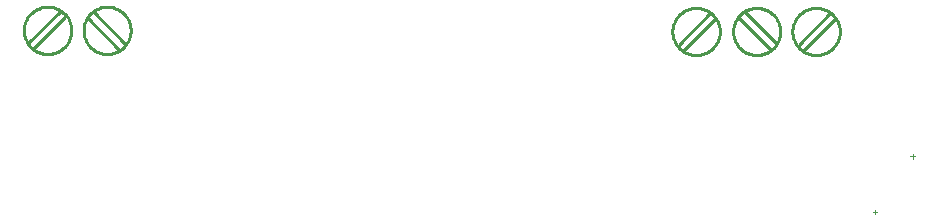
<source format=gm1>
%FSDAX23Y23*%
%MOIN*%
%SFA1B1*%

%IPPOS*%
%ADD38C,0.010000*%
%ADD56C,0.003900*%
%LNde-110817-1*%
%LPD*%
G54D38*
X04118Y03701D02*
D01*
X04118Y03706*
X04117Y03712*
X04116Y03717*
X04115Y03723*
X04113Y03728*
X04111Y03733*
X04109Y03738*
X04106Y03743*
X04103Y03747*
X04100Y03752*
X04096Y03756*
X04092Y03759*
X04088Y03763*
X04084Y03766*
X04079Y03769*
X04074Y03772*
X04069Y03774*
X04064Y03776*
X04059Y03777*
X04053Y03779*
X04048Y03779*
X04042Y03780*
X04037*
X04031Y03779*
X04026Y03779*
X04020Y03777*
X04015Y03776*
X04010Y03774*
X04005Y03772*
X04000Y03769*
X03995Y03766*
X03991Y03763*
X03987Y03759*
X03983Y03756*
X03979Y03752*
X03976Y03747*
X03973Y03743*
X03970Y03738*
X03968Y03733*
X03966Y03728*
X03964Y03723*
X03963Y03717*
X03962Y03712*
X03961Y03706*
X03961Y03701*
X03961Y03696*
X03962Y03690*
X03963Y03685*
X03964Y03679*
X03966Y03674*
X03968Y03669*
X03970Y03664*
X03973Y03659*
X03976Y03655*
X03979Y03650*
X03983Y03646*
X03987Y03643*
X03991Y03639*
X03995Y03636*
X04000Y03633*
X04005Y03630*
X04010Y03628*
X04015Y03626*
X04020Y03625*
X04026Y03623*
X04031Y03623*
X04037Y03622*
X04042*
X04048Y03623*
X04053Y03623*
X04059Y03625*
X04064Y03626*
X04069Y03628*
X04074Y03630*
X04079Y03633*
X04084Y03636*
X04088Y03639*
X04092Y03643*
X04096Y03646*
X04100Y03650*
X04103Y03655*
X04106Y03659*
X04109Y03664*
X04111Y03669*
X04113Y03674*
X04115Y03679*
X04116Y03685*
X04117Y03690*
X04118Y03696*
X04118Y03701*
X03917D02*
D01*
X03917Y03706*
X03916Y03712*
X03915Y03717*
X03914Y03723*
X03912Y03728*
X03910Y03733*
X03907Y03738*
X03905Y03743*
X03902Y03747*
X03898Y03752*
X03895Y03756*
X03891Y03759*
X03886Y03763*
X03882Y03766*
X03877Y03769*
X03872Y03772*
X03867Y03774*
X03862Y03776*
X03857Y03777*
X03852Y03779*
X03846Y03779*
X03841Y03780*
X03835*
X03830Y03779*
X03824Y03779*
X03819Y03777*
X03814Y03776*
X03809Y03774*
X03804Y03772*
X03799Y03769*
X03794Y03766*
X03790Y03763*
X03785Y03759*
X03781Y03756*
X03778Y03752*
X03774Y03747*
X03771Y03743*
X03769Y03738*
X03766Y03733*
X03764Y03728*
X03762Y03723*
X03761Y03717*
X03760Y03712*
X03759Y03706*
X03759Y03701*
X03759Y03696*
X03760Y03690*
X03761Y03685*
X03762Y03679*
X03764Y03674*
X03766Y03669*
X03769Y03664*
X03771Y03659*
X03774Y03655*
X03778Y03650*
X03781Y03646*
X03785Y03643*
X03790Y03639*
X03794Y03636*
X03799Y03633*
X03804Y03630*
X03809Y03628*
X03814Y03626*
X03819Y03625*
X03824Y03623*
X03830Y03623*
X03835Y03622*
X03841*
X03846Y03623*
X03852Y03623*
X03857Y03625*
X03862Y03626*
X03867Y03628*
X03872Y03630*
X03877Y03633*
X03882Y03636*
X03886Y03639*
X03891Y03643*
X03895Y03646*
X03898Y03650*
X03902Y03655*
X03905Y03659*
X03907Y03664*
X03910Y03669*
X03912Y03674*
X03914Y03679*
X03915Y03685*
X03916Y03690*
X03917Y03696*
X03917Y03701*
X04317D02*
D01*
X04317Y03706*
X04316Y03712*
X04315Y03717*
X04314Y03723*
X04312Y03728*
X04310Y03733*
X04307Y03738*
X04305Y03743*
X04302Y03747*
X04298Y03752*
X04295Y03756*
X04291Y03759*
X04286Y03763*
X04282Y03766*
X04277Y03769*
X04272Y03772*
X04267Y03774*
X04262Y03776*
X04257Y03777*
X04252Y03779*
X04246Y03779*
X04241Y03780*
X04235*
X04230Y03779*
X04224Y03779*
X04219Y03777*
X04214Y03776*
X04209Y03774*
X04204Y03772*
X04199Y03769*
X04194Y03766*
X04190Y03763*
X04185Y03759*
X04181Y03756*
X04178Y03752*
X04174Y03747*
X04171Y03743*
X04169Y03738*
X04166Y03733*
X04164Y03728*
X04162Y03723*
X04161Y03717*
X04160Y03712*
X04159Y03706*
X04159Y03701*
X04159Y03696*
X04160Y03690*
X04161Y03685*
X04162Y03679*
X04164Y03674*
X04166Y03669*
X04169Y03664*
X04171Y03659*
X04174Y03655*
X04178Y03650*
X04181Y03646*
X04185Y03643*
X04190Y03639*
X04194Y03636*
X04199Y03633*
X04204Y03630*
X04209Y03628*
X04214Y03626*
X04219Y03625*
X04224Y03623*
X04230Y03623*
X04235Y03622*
X04241*
X04246Y03623*
X04252Y03623*
X04257Y03625*
X04262Y03626*
X04267Y03628*
X04272Y03630*
X04277Y03633*
X04282Y03636*
X04286Y03639*
X04291Y03643*
X04295Y03646*
X04298Y03650*
X04302Y03655*
X04305Y03659*
X04307Y03664*
X04310Y03669*
X04312Y03674*
X04314Y03679*
X04315Y03685*
X04316Y03690*
X04317Y03696*
X04317Y03701*
X01755Y03705D02*
D01*
X01755Y03710*
X01754Y03715*
X01753Y03721*
X01752Y03726*
X01750Y03731*
X01748Y03737*
X01746Y03741*
X01743Y03746*
X01740Y03751*
X01736Y03755*
X01733Y03759*
X01729Y03763*
X01725Y03767*
X01720Y03770*
X01715Y03773*
X01711Y03775*
X01706Y03777*
X01700Y03779*
X01695Y03781*
X01690Y03782*
X01684Y03783*
X01679Y03783*
X01673*
X01668Y03783*
X01662Y03782*
X01657Y03781*
X01652Y03779*
X01647Y03777*
X01642Y03775*
X01637Y03773*
X01632Y03770*
X01628Y03767*
X01623Y03763*
X01619Y03759*
X01616Y03755*
X01612Y03751*
X01609Y03746*
X01607Y03741*
X01604Y03737*
X01602Y03731*
X01600Y03726*
X01599Y03721*
X01598Y03715*
X01598Y03710*
X01597Y03705*
X01598Y03699*
X01598Y03694*
X01599Y03688*
X01600Y03683*
X01602Y03678*
X01604Y03672*
X01607Y03668*
X01609Y03663*
X01612Y03658*
X01616Y03654*
X01619Y03650*
X01623Y03646*
X01628Y03642*
X01632Y03639*
X01637Y03636*
X01642Y03634*
X01647Y03632*
X01652Y03630*
X01657Y03628*
X01662Y03627*
X01668Y03626*
X01673Y03626*
X01679*
X01684Y03626*
X01690Y03627*
X01695Y03628*
X01700Y03630*
X01706Y03632*
X01711Y03634*
X01715Y03636*
X01720Y03639*
X01725Y03642*
X01729Y03646*
X01733Y03650*
X01736Y03654*
X01740Y03658*
X01743Y03663*
X01746Y03668*
X01748Y03672*
X01750Y03678*
X01752Y03683*
X01753Y03688*
X01754Y03694*
X01755Y03699*
X01755Y03705*
X01953D02*
D01*
X01953Y03710*
X01952Y03715*
X01951Y03721*
X01950Y03726*
X01948Y03731*
X01946Y03737*
X01944Y03741*
X01941Y03746*
X01938Y03751*
X01935Y03755*
X01931Y03759*
X01927Y03763*
X01923Y03767*
X01919Y03770*
X01914Y03773*
X01909Y03775*
X01904Y03777*
X01899Y03779*
X01894Y03781*
X01888Y03782*
X01883Y03783*
X01877Y03783*
X01872*
X01866Y03783*
X01861Y03782*
X01855Y03781*
X01850Y03779*
X01845Y03777*
X01840Y03775*
X01835Y03773*
X01830Y03770*
X01826Y03767*
X01822Y03763*
X01818Y03759*
X01814Y03755*
X01811Y03751*
X01808Y03746*
X01805Y03741*
X01803Y03737*
X01801Y03731*
X01799Y03726*
X01798Y03721*
X01797Y03715*
X01796Y03710*
X01796Y03705*
X01796Y03699*
X01797Y03694*
X01798Y03688*
X01799Y03683*
X01801Y03678*
X01803Y03672*
X01805Y03668*
X01808Y03663*
X01811Y03658*
X01814Y03654*
X01818Y03650*
X01822Y03646*
X01826Y03642*
X01830Y03639*
X01835Y03636*
X01840Y03634*
X01845Y03632*
X01850Y03630*
X01855Y03628*
X01861Y03627*
X01866Y03626*
X01872Y03626*
X01877*
X01883Y03626*
X01888Y03627*
X01894Y03628*
X01899Y03630*
X01904Y03632*
X01909Y03634*
X01914Y03636*
X01919Y03639*
X01923Y03642*
X01927Y03646*
X01931Y03650*
X01935Y03654*
X01938Y03658*
X01941Y03663*
X01944Y03668*
X01946Y03672*
X01948Y03678*
X01950Y03683*
X01951Y03688*
X01952Y03694*
X01953Y03699*
X01953Y03705*
X03980Y03746D02*
X04085Y03641D01*
X04000Y03766D02*
X04105Y03661D01*
X03780Y03656D02*
X03885Y03761D01*
X03795Y03636D02*
X03902Y03744D01*
X04180Y03656D02*
X04285Y03761D01*
X04195Y03636D02*
X04302Y03744D01*
X01810Y03745D02*
X01915Y03640D01*
X01830Y03765D02*
Y03770D01*
Y03765D02*
X01935Y03660D01*
X01612Y03662D02*
X01720Y03770D01*
X01630Y03645D02*
X01735Y03750D01*
G54D56*
X04560Y03277D02*
Y03292D01*
X04552Y03285D02*
X04567D01*
X04435Y03092D02*
Y03107D01*
X04427Y03100D02*
X04442D01*
M02*
</source>
